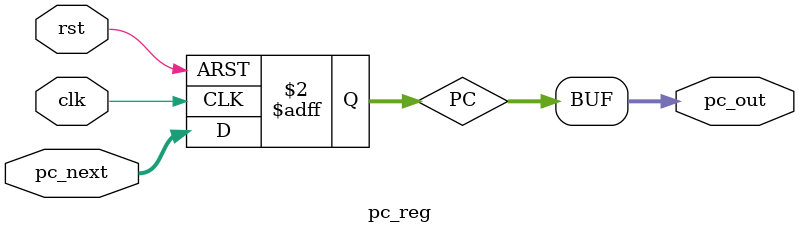
<source format=sv>
module pc_reg #(
    parameter DATA_WIDTH = 32
) (
    input logic clk,
    input logic rst,

    input logic [DATA_WIDTH-1: 0] pc_next,
    output logic [DATA_WIDTH-1: 0] pc_out
);

    logic [DATA_WIDTH-1:0] PC;

    always_ff @(posedge clk, posedge rst)
        if (rst) begin
            PC <= 32'b0;
        end

        else begin
            PC <= pc_next;
        end
    
    assign pc_out = PC;
    
endmodule

</source>
